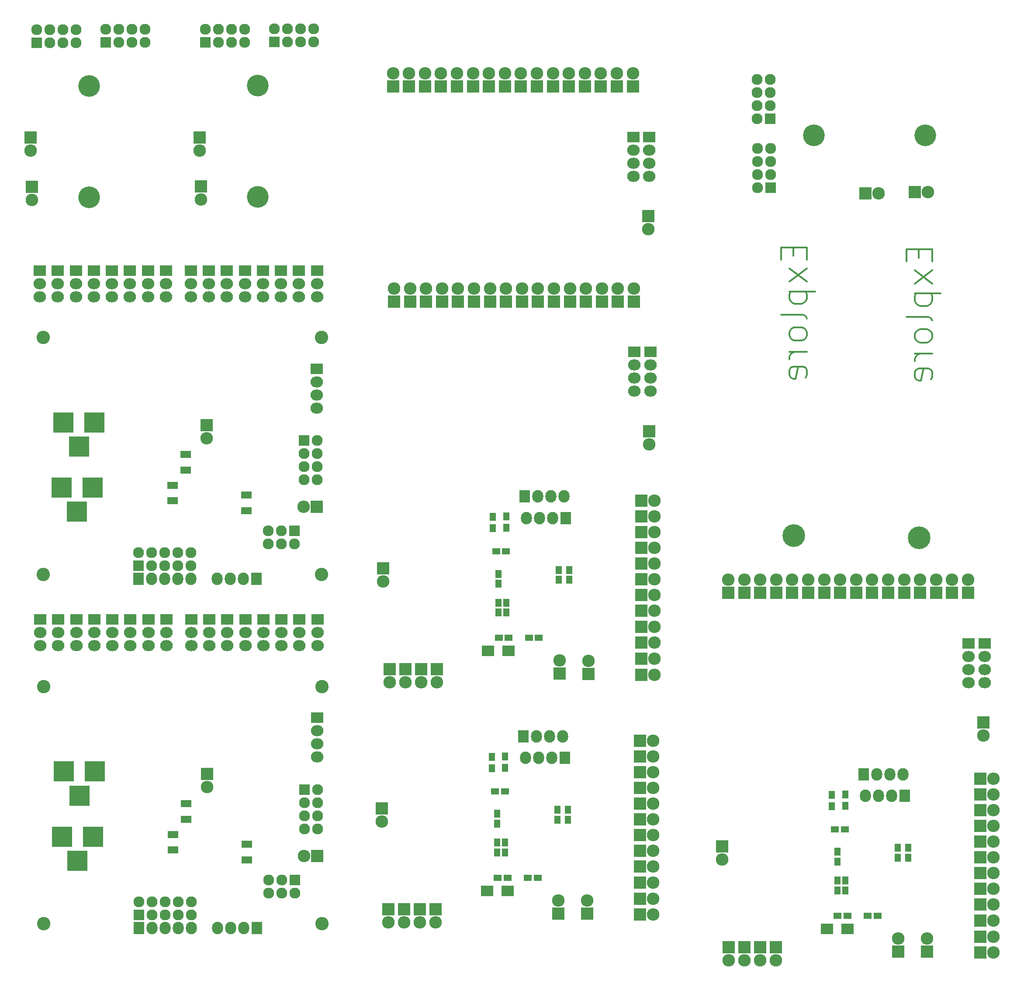
<source format=gbr>
G04 #@! TF.FileFunction,Soldermask,Bot*
%FSLAX46Y46*%
G04 Gerber Fmt 4.6, Leading zero omitted, Abs format (unit mm)*
G04 Created by KiCad (PCBNEW 4.0.0-rc2-stable) date 7/14/2016 8:37:10 PM*
%MOMM*%
G01*
G04 APERTURE LIST*
%ADD10C,0.100000*%
%ADD11C,0.300000*%
%ADD12C,2.600000*%
%ADD13R,3.900120X3.900120*%
%ADD14R,2.432000X2.432000*%
%ADD15O,2.432000X2.432000*%
%ADD16R,2.127200X2.432000*%
%ADD17O,2.127200X2.432000*%
%ADD18R,2.127200X2.127200*%
%ADD19O,2.127200X2.127200*%
%ADD20R,2.432000X2.127200*%
%ADD21O,2.432000X2.127200*%
%ADD22R,2.000000X1.400000*%
%ADD23R,1.600000X1.150000*%
%ADD24R,1.150000X1.600000*%
%ADD25R,2.400000X2.000000*%
%ADD26R,1.300000X1.600000*%
%ADD27C,4.200000*%
%ADD28C,4.400000*%
G04 APERTURE END LIST*
D10*
D11*
X-345054343Y118795848D02*
X-345054343Y117129181D01*
X-342435295Y116414895D02*
X-342435295Y118795848D01*
X-347435295Y118795848D01*
X-347435295Y116414895D01*
X-342435295Y114748228D02*
X-345768629Y112129181D01*
X-345768629Y114748228D02*
X-342435295Y112129181D01*
X-345768629Y110224419D02*
X-340768629Y110224419D01*
X-345530533Y110224419D02*
X-345768629Y109748228D01*
X-345768629Y108795847D01*
X-345530533Y108319657D01*
X-345292438Y108081562D01*
X-344816248Y107843466D01*
X-343387676Y107843466D01*
X-342911486Y108081562D01*
X-342673390Y108319657D01*
X-342435295Y108795847D01*
X-342435295Y109748228D01*
X-342673390Y110224419D01*
X-342435295Y104986323D02*
X-342673390Y105462514D01*
X-343149581Y105700609D01*
X-347435295Y105700609D01*
X-342435295Y102367275D02*
X-342673390Y102843466D01*
X-342911486Y103081561D01*
X-343387676Y103319656D01*
X-344816248Y103319656D01*
X-345292438Y103081561D01*
X-345530533Y102843466D01*
X-345768629Y102367275D01*
X-345768629Y101652989D01*
X-345530533Y101176799D01*
X-345292438Y100938704D01*
X-344816248Y100700608D01*
X-343387676Y100700608D01*
X-342911486Y100938704D01*
X-342673390Y101176799D01*
X-342435295Y101652989D01*
X-342435295Y102367275D01*
X-342435295Y98557751D02*
X-345768629Y98557751D01*
X-344816248Y98557751D02*
X-345292438Y98319656D01*
X-345530533Y98081560D01*
X-345768629Y97605370D01*
X-345768629Y97129179D01*
X-342673390Y93557751D02*
X-342435295Y94033941D01*
X-342435295Y94986322D01*
X-342673390Y95462513D01*
X-343149581Y95700608D01*
X-345054343Y95700608D01*
X-345530533Y95462513D01*
X-345768629Y94986322D01*
X-345768629Y94033941D01*
X-345530533Y93557751D01*
X-345054343Y93319656D01*
X-344578152Y93319656D01*
X-344101962Y95700608D01*
X-320746543Y118414848D02*
X-320746543Y116748181D01*
X-318127495Y116033895D02*
X-318127495Y118414848D01*
X-323127495Y118414848D01*
X-323127495Y116033895D01*
X-318127495Y114367228D02*
X-321460829Y111748181D01*
X-321460829Y114367228D02*
X-318127495Y111748181D01*
X-321460829Y109843419D02*
X-316460829Y109843419D01*
X-321222733Y109843419D02*
X-321460829Y109367228D01*
X-321460829Y108414847D01*
X-321222733Y107938657D01*
X-320984638Y107700562D01*
X-320508448Y107462466D01*
X-319079876Y107462466D01*
X-318603686Y107700562D01*
X-318365590Y107938657D01*
X-318127495Y108414847D01*
X-318127495Y109367228D01*
X-318365590Y109843419D01*
X-318127495Y104605323D02*
X-318365590Y105081514D01*
X-318841781Y105319609D01*
X-323127495Y105319609D01*
X-318127495Y101986275D02*
X-318365590Y102462466D01*
X-318603686Y102700561D01*
X-319079876Y102938656D01*
X-320508448Y102938656D01*
X-320984638Y102700561D01*
X-321222733Y102462466D01*
X-321460829Y101986275D01*
X-321460829Y101271989D01*
X-321222733Y100795799D01*
X-320984638Y100557704D01*
X-320508448Y100319608D01*
X-319079876Y100319608D01*
X-318603686Y100557704D01*
X-318365590Y100795799D01*
X-318127495Y101271989D01*
X-318127495Y101986275D01*
X-318127495Y98176751D02*
X-321460829Y98176751D01*
X-320508448Y98176751D02*
X-320984638Y97938656D01*
X-321222733Y97700560D01*
X-321460829Y97224370D01*
X-321460829Y96748179D01*
X-318365590Y93176751D02*
X-318127495Y93652941D01*
X-318127495Y94605322D01*
X-318365590Y95081513D01*
X-318841781Y95319608D01*
X-320746543Y95319608D01*
X-321222733Y95081513D01*
X-321460829Y94605322D01*
X-321460829Y93652941D01*
X-321222733Y93176751D01*
X-320746543Y92938656D01*
X-320270352Y92938656D01*
X-319794162Y95319608D01*
D12*
X-490270800Y-12382500D03*
D13*
X-480387660Y17145000D03*
X-486387140Y17145000D03*
X-483387400Y12446000D03*
D14*
X-437311800Y762000D03*
D15*
X-439851800Y762000D03*
D13*
X-480768660Y4508500D03*
X-486768140Y4508500D03*
X-483768400Y-190500D03*
D14*
X-458647800Y16637000D03*
D15*
X-458647800Y14097000D03*
D16*
X-471855800Y-13208000D03*
D17*
X-469315800Y-13208000D03*
X-466775800Y-13208000D03*
X-464235800Y-13208000D03*
X-461695800Y-13208000D03*
D16*
X-448995800Y-13208000D03*
D17*
X-451535800Y-13208000D03*
X-454075800Y-13208000D03*
X-456615800Y-13208000D03*
D18*
X-441629800Y-3873500D03*
D19*
X-441629800Y-6413500D03*
X-444169800Y-3873500D03*
X-444169800Y-6413500D03*
X-446709800Y-3873500D03*
X-446709800Y-6413500D03*
D20*
X-437311800Y27559000D03*
D21*
X-437311800Y25019000D03*
X-437311800Y22479000D03*
X-437311800Y19939000D03*
D20*
X-470014300Y46609000D03*
D21*
X-470014300Y44069000D03*
X-470014300Y41529000D03*
D20*
X-466521800Y46609000D03*
D21*
X-466521800Y44069000D03*
X-466521800Y41529000D03*
D20*
X-473506800Y46609000D03*
D21*
X-473506800Y44069000D03*
X-473506800Y41529000D03*
D20*
X-476999300Y46609000D03*
D21*
X-476999300Y44069000D03*
X-476999300Y41529000D03*
D20*
X-480491800Y46609000D03*
D21*
X-480491800Y44069000D03*
X-480491800Y41529000D03*
D20*
X-483984300Y46609000D03*
D21*
X-483984300Y44069000D03*
X-483984300Y41529000D03*
D20*
X-487476800Y46609000D03*
D21*
X-487476800Y44069000D03*
X-487476800Y41529000D03*
D20*
X-490969300Y46609000D03*
D21*
X-490969300Y44069000D03*
X-490969300Y41529000D03*
D20*
X-437248300Y46609000D03*
D21*
X-437248300Y44069000D03*
X-437248300Y41529000D03*
D20*
X-440740800Y46609000D03*
D21*
X-440740800Y44069000D03*
X-440740800Y41529000D03*
D20*
X-444233300Y46609000D03*
D21*
X-444233300Y44069000D03*
X-444233300Y41529000D03*
D20*
X-447725800Y46609000D03*
D21*
X-447725800Y44069000D03*
X-447725800Y41529000D03*
D20*
X-451218300Y46609000D03*
D21*
X-451218300Y44069000D03*
X-451218300Y41529000D03*
D20*
X-454710800Y46609000D03*
D21*
X-454710800Y44069000D03*
X-454710800Y41529000D03*
D20*
X-458203300Y46609000D03*
D21*
X-458203300Y44069000D03*
X-458203300Y41529000D03*
D20*
X-461695800Y46609000D03*
D21*
X-461695800Y44069000D03*
X-461695800Y41529000D03*
D18*
X-471855800Y-10668000D03*
D19*
X-471855800Y-8128000D03*
X-469315800Y-10668000D03*
X-469315800Y-8128000D03*
X-466775800Y-10668000D03*
X-466775800Y-8128000D03*
X-464235800Y-10668000D03*
X-464235800Y-8128000D03*
X-461695800Y-10668000D03*
X-461695800Y-8128000D03*
D18*
X-439788300Y13652500D03*
D19*
X-437248300Y13652500D03*
X-439788300Y11112500D03*
X-437248300Y11112500D03*
X-439788300Y8572500D03*
X-437248300Y8572500D03*
X-439788300Y6032500D03*
X-437248300Y6032500D03*
D12*
X-436359300Y-12382500D03*
X-490270800Y33591500D03*
X-436359300Y33591500D03*
D22*
X-465251800Y4929000D03*
X-465251800Y1929000D03*
X-450900800Y24000D03*
X-450900800Y3024000D03*
X-462711800Y10898000D03*
X-462711800Y7898000D03*
D23*
X-396478800Y-3454400D03*
X-394578800Y-3454400D03*
X-402320800Y-3454400D03*
X-400420800Y-3454400D03*
D24*
X-400862800Y1437600D03*
X-400862800Y3337600D03*
X-402386800Y7025600D03*
X-402386800Y8925600D03*
D23*
X-402828800Y13309600D03*
X-400928800Y13309600D03*
D24*
X-402386800Y1437600D03*
X-402386800Y3337600D03*
X-390702800Y7787600D03*
X-390702800Y9687600D03*
X-388670800Y7787600D03*
X-388670800Y9687600D03*
D25*
X-404386800Y-5994400D03*
X-400386800Y-5994400D03*
D14*
X-374700800Y10922000D03*
D15*
X-372160800Y10922000D03*
D14*
X-374700800Y7874000D03*
D15*
X-372160800Y7874000D03*
D14*
X-374700800Y4826000D03*
D15*
X-372160800Y4826000D03*
D14*
X-374700800Y1778000D03*
D15*
X-372160800Y1778000D03*
D14*
X-414324800Y-9550400D03*
D15*
X-414324800Y-12090400D03*
D14*
X-417372800Y-9550400D03*
D15*
X-417372800Y-12090400D03*
D14*
X-420420800Y-9550400D03*
D15*
X-420420800Y-12090400D03*
D14*
X-423468800Y-9550400D03*
D15*
X-423468800Y-12090400D03*
D14*
X-374700800Y23114000D03*
D15*
X-372160800Y23114000D03*
D14*
X-374700800Y20066000D03*
D15*
X-372160800Y20066000D03*
D14*
X-374700800Y17018000D03*
D15*
X-372160800Y17018000D03*
D14*
X-374700800Y13970000D03*
D15*
X-372160800Y13970000D03*
D16*
X-389331200Y19761200D03*
D17*
X-391871200Y19761200D03*
X-394411200Y19761200D03*
X-396951200Y19761200D03*
D16*
X-397306800Y23977600D03*
D17*
X-394766800Y23977600D03*
X-392226800Y23977600D03*
X-389686800Y23977600D03*
D14*
X-424738800Y10007600D03*
D15*
X-424738800Y7467600D03*
D26*
X-403453600Y19997600D03*
X-403453600Y17797600D03*
X-400862800Y20048400D03*
X-400862800Y17848400D03*
D14*
X-390550400Y-10414000D03*
D15*
X-390550400Y-7874000D03*
D14*
X-384962400Y-10464800D03*
D15*
X-384962400Y-7924800D03*
D14*
X-374700800Y-1320800D03*
D15*
X-372160800Y-1320800D03*
D14*
X-374700800Y-4419600D03*
D15*
X-372160800Y-4419600D03*
D14*
X-374700800Y-7518400D03*
D15*
X-372160800Y-7518400D03*
D14*
X-374700800Y-10617200D03*
D15*
X-372160800Y-10617200D03*
D23*
X-396275600Y43078400D03*
X-394375600Y43078400D03*
X-402117600Y43078400D03*
X-400217600Y43078400D03*
D24*
X-400659600Y47970400D03*
X-400659600Y49870400D03*
X-402183600Y53558400D03*
X-402183600Y55458400D03*
D23*
X-402625600Y59842400D03*
X-400725600Y59842400D03*
D24*
X-402183600Y47970400D03*
X-402183600Y49870400D03*
X-390499600Y54320400D03*
X-390499600Y56220400D03*
X-388467600Y54320400D03*
X-388467600Y56220400D03*
D25*
X-404183600Y40538400D03*
X-400183600Y40538400D03*
D14*
X-374497600Y57454800D03*
D15*
X-371957600Y57454800D03*
D14*
X-374497600Y54406800D03*
D15*
X-371957600Y54406800D03*
D14*
X-374497600Y51358800D03*
D15*
X-371957600Y51358800D03*
D14*
X-374497600Y48310800D03*
D15*
X-371957600Y48310800D03*
D14*
X-414121600Y36982400D03*
D15*
X-414121600Y34442400D03*
D14*
X-417169600Y36982400D03*
D15*
X-417169600Y34442400D03*
D14*
X-420217600Y36982400D03*
D15*
X-420217600Y34442400D03*
D14*
X-423265600Y36982400D03*
D15*
X-423265600Y34442400D03*
D14*
X-374497600Y69646800D03*
D15*
X-371957600Y69646800D03*
D14*
X-374497600Y66598800D03*
D15*
X-371957600Y66598800D03*
D14*
X-374497600Y63550800D03*
D15*
X-371957600Y63550800D03*
D14*
X-374497600Y60502800D03*
D15*
X-371957600Y60502800D03*
D16*
X-389128000Y66294000D03*
D17*
X-391668000Y66294000D03*
X-394208000Y66294000D03*
X-396748000Y66294000D03*
D16*
X-397103600Y70510400D03*
D17*
X-394563600Y70510400D03*
X-392023600Y70510400D03*
X-389483600Y70510400D03*
D14*
X-424535600Y56540400D03*
D15*
X-424535600Y54000400D03*
D26*
X-403250400Y66530400D03*
X-403250400Y64330400D03*
X-400659600Y66581200D03*
X-400659600Y64381200D03*
D14*
X-390347200Y36118800D03*
D15*
X-390347200Y38658800D03*
D14*
X-384759200Y36068000D03*
D15*
X-384759200Y38608000D03*
D14*
X-374497600Y45212000D03*
D15*
X-371957600Y45212000D03*
D14*
X-374497600Y42113200D03*
D15*
X-371957600Y42113200D03*
D14*
X-374497600Y39014400D03*
D15*
X-371957600Y39014400D03*
D14*
X-374497600Y35915600D03*
D15*
X-371957600Y35915600D03*
D12*
X-490372400Y55333900D03*
D13*
X-480489260Y84861400D03*
X-486488740Y84861400D03*
X-483489000Y80162400D03*
D14*
X-437413400Y68478400D03*
D15*
X-439953400Y68478400D03*
D13*
X-480870260Y72224900D03*
X-486869740Y72224900D03*
X-483870000Y67525900D03*
D14*
X-458749400Y84353400D03*
D15*
X-458749400Y81813400D03*
D16*
X-471957400Y54508400D03*
D17*
X-469417400Y54508400D03*
X-466877400Y54508400D03*
X-464337400Y54508400D03*
X-461797400Y54508400D03*
D16*
X-449097400Y54508400D03*
D17*
X-451637400Y54508400D03*
X-454177400Y54508400D03*
X-456717400Y54508400D03*
D18*
X-441731400Y63842900D03*
D19*
X-441731400Y61302900D03*
X-444271400Y63842900D03*
X-444271400Y61302900D03*
X-446811400Y63842900D03*
X-446811400Y61302900D03*
D20*
X-437413400Y95275400D03*
D21*
X-437413400Y92735400D03*
X-437413400Y90195400D03*
X-437413400Y87655400D03*
D20*
X-470115900Y114325400D03*
D21*
X-470115900Y111785400D03*
X-470115900Y109245400D03*
D20*
X-466623400Y114325400D03*
D21*
X-466623400Y111785400D03*
X-466623400Y109245400D03*
D20*
X-473608400Y114325400D03*
D21*
X-473608400Y111785400D03*
X-473608400Y109245400D03*
D20*
X-477100900Y114325400D03*
D21*
X-477100900Y111785400D03*
X-477100900Y109245400D03*
D20*
X-480593400Y114325400D03*
D21*
X-480593400Y111785400D03*
X-480593400Y109245400D03*
D20*
X-484085900Y114325400D03*
D21*
X-484085900Y111785400D03*
X-484085900Y109245400D03*
D20*
X-487578400Y114325400D03*
D21*
X-487578400Y111785400D03*
X-487578400Y109245400D03*
D20*
X-491070900Y114325400D03*
D21*
X-491070900Y111785400D03*
X-491070900Y109245400D03*
D20*
X-437349900Y114325400D03*
D21*
X-437349900Y111785400D03*
X-437349900Y109245400D03*
D20*
X-440842400Y114325400D03*
D21*
X-440842400Y111785400D03*
X-440842400Y109245400D03*
D20*
X-444334900Y114325400D03*
D21*
X-444334900Y111785400D03*
X-444334900Y109245400D03*
D20*
X-447827400Y114325400D03*
D21*
X-447827400Y111785400D03*
X-447827400Y109245400D03*
D20*
X-451319900Y114325400D03*
D21*
X-451319900Y111785400D03*
X-451319900Y109245400D03*
D20*
X-454812400Y114325400D03*
D21*
X-454812400Y111785400D03*
X-454812400Y109245400D03*
D20*
X-458304900Y114325400D03*
D21*
X-458304900Y111785400D03*
X-458304900Y109245400D03*
D20*
X-461797400Y114325400D03*
D21*
X-461797400Y111785400D03*
X-461797400Y109245400D03*
D18*
X-471957400Y57048400D03*
D19*
X-471957400Y59588400D03*
X-469417400Y57048400D03*
X-469417400Y59588400D03*
X-466877400Y57048400D03*
X-466877400Y59588400D03*
X-464337400Y57048400D03*
X-464337400Y59588400D03*
X-461797400Y57048400D03*
X-461797400Y59588400D03*
D18*
X-439889900Y81368900D03*
D19*
X-437349900Y81368900D03*
X-439889900Y78828900D03*
X-437349900Y78828900D03*
X-439889900Y76288900D03*
X-437349900Y76288900D03*
X-439889900Y73748900D03*
X-437349900Y73748900D03*
D12*
X-436460900Y55333900D03*
X-490372400Y101307900D03*
X-436460900Y101307900D03*
D22*
X-465353400Y72645400D03*
X-465353400Y69645400D03*
X-451002400Y67740400D03*
X-451002400Y70740400D03*
X-462813400Y78614400D03*
X-462813400Y75614400D03*
D20*
X-375818400Y98501200D03*
D21*
X-375818400Y95961200D03*
X-375818400Y93421200D03*
X-375818400Y90881200D03*
D20*
X-372719600Y98501200D03*
D21*
X-372719600Y95961200D03*
X-372719600Y93421200D03*
X-372719600Y90881200D03*
D14*
X-372922800Y83159600D03*
D15*
X-372922800Y80619600D03*
D14*
X-400710400Y108305600D03*
D15*
X-400710400Y110845600D03*
D14*
X-406908000Y108305600D03*
D15*
X-406908000Y110845600D03*
D14*
X-410006800Y108305600D03*
D15*
X-410006800Y110845600D03*
D14*
X-413105600Y108305600D03*
D15*
X-413105600Y110845600D03*
D14*
X-416204400Y108305600D03*
D15*
X-416204400Y110845600D03*
D14*
X-419303200Y108305600D03*
D15*
X-419303200Y110845600D03*
D14*
X-422402000Y108305600D03*
D15*
X-422402000Y110845600D03*
D14*
X-375920000Y108305600D03*
D15*
X-375920000Y110845600D03*
D14*
X-379018800Y108305600D03*
D15*
X-379018800Y110845600D03*
D14*
X-382117600Y108305600D03*
D15*
X-382117600Y110845600D03*
D14*
X-385216400Y108305600D03*
D15*
X-385216400Y110845600D03*
D14*
X-388315200Y108305600D03*
D15*
X-388315200Y110845600D03*
D14*
X-391414000Y108305600D03*
D15*
X-391414000Y110845600D03*
D14*
X-394512800Y108305600D03*
D15*
X-394512800Y110845600D03*
D14*
X-397611600Y108305600D03*
D15*
X-397611600Y110845600D03*
D14*
X-403809200Y108305600D03*
D15*
X-403809200Y110845600D03*
D20*
X-376021600Y140208000D03*
D21*
X-376021600Y137668000D03*
X-376021600Y135128000D03*
X-376021600Y132588000D03*
D20*
X-372922800Y140208000D03*
D21*
X-372922800Y137668000D03*
X-372922800Y135128000D03*
X-372922800Y132588000D03*
D14*
X-373126000Y124866400D03*
D15*
X-373126000Y122326400D03*
D14*
X-400913600Y150012400D03*
D15*
X-400913600Y152552400D03*
D14*
X-407111200Y150012400D03*
D15*
X-407111200Y152552400D03*
D14*
X-410210000Y150012400D03*
D15*
X-410210000Y152552400D03*
D14*
X-413308800Y150012400D03*
D15*
X-413308800Y152552400D03*
D14*
X-416407600Y150012400D03*
D15*
X-416407600Y152552400D03*
D14*
X-419506400Y150012400D03*
D15*
X-419506400Y152552400D03*
D14*
X-422605200Y150012400D03*
D15*
X-422605200Y152552400D03*
D14*
X-376123200Y150012400D03*
D15*
X-376123200Y152552400D03*
D14*
X-379222000Y150012400D03*
D15*
X-379222000Y152552400D03*
D14*
X-382320800Y150012400D03*
D15*
X-382320800Y152552400D03*
D14*
X-385419600Y150012400D03*
D15*
X-385419600Y152552400D03*
D14*
X-388518400Y150012400D03*
D15*
X-388518400Y152552400D03*
D14*
X-391617200Y150012400D03*
D15*
X-391617200Y152552400D03*
D14*
X-394716000Y150012400D03*
D15*
X-394716000Y152552400D03*
D14*
X-397814800Y150012400D03*
D15*
X-397814800Y152552400D03*
D14*
X-404012400Y150012400D03*
D15*
X-404012400Y152552400D03*
D14*
X-459867000Y130606800D03*
D15*
X-459867000Y128066800D03*
D14*
X-460121000Y140131800D03*
D15*
X-460121000Y137591800D03*
D18*
X-458978000Y158546800D03*
D19*
X-458978000Y161086800D03*
X-456438000Y158546800D03*
X-456438000Y161086800D03*
X-453898000Y158546800D03*
X-453898000Y161086800D03*
X-451358000Y158546800D03*
X-451358000Y161086800D03*
D18*
X-445579500Y158610300D03*
D19*
X-445579500Y161150300D03*
X-443039500Y158610300D03*
X-443039500Y161150300D03*
X-440499500Y158610300D03*
X-440499500Y161150300D03*
X-437959500Y158610300D03*
X-437959500Y161150300D03*
D27*
X-448818000Y128574800D03*
X-448818000Y150164800D03*
D14*
X-492582200Y130556000D03*
D15*
X-492582200Y128016000D03*
D14*
X-492836200Y140081000D03*
D15*
X-492836200Y137541000D03*
D18*
X-491693200Y158496000D03*
D19*
X-491693200Y161036000D03*
X-489153200Y158496000D03*
X-489153200Y161036000D03*
X-486613200Y158496000D03*
X-486613200Y161036000D03*
X-484073200Y158496000D03*
X-484073200Y161036000D03*
D18*
X-478294700Y158559500D03*
D19*
X-478294700Y161099500D03*
X-475754700Y158559500D03*
X-475754700Y161099500D03*
X-473214700Y158559500D03*
X-473214700Y161099500D03*
X-470674700Y158559500D03*
X-470674700Y161099500D03*
D27*
X-481533200Y128524000D03*
X-481533200Y150114000D03*
D14*
X-321491650Y129485350D03*
D15*
X-318951650Y129485350D03*
D14*
X-331016650Y129231350D03*
D15*
X-328476650Y129231350D03*
D18*
X-349431650Y130374350D03*
D19*
X-351971650Y130374350D03*
X-349431650Y132914350D03*
X-351971650Y132914350D03*
X-349431650Y135454350D03*
X-351971650Y135454350D03*
X-349431650Y137994350D03*
X-351971650Y137994350D03*
D18*
X-349495150Y143772850D03*
D19*
X-352035150Y143772850D03*
X-349495150Y146312850D03*
X-352035150Y146312850D03*
X-349495150Y148852850D03*
X-352035150Y148852850D03*
X-349495150Y151392850D03*
X-352035150Y151392850D03*
D27*
X-319459650Y140534350D03*
X-341049650Y140534350D03*
D28*
X-344947200Y62876800D03*
X-320639400Y62495800D03*
D20*
X-311048400Y41960800D03*
D21*
X-311048400Y39420800D03*
X-311048400Y36880800D03*
X-311048400Y34340800D03*
D20*
X-307949600Y41960800D03*
D21*
X-307949600Y39420800D03*
X-307949600Y36880800D03*
X-307949600Y34340800D03*
D14*
X-308152800Y26619200D03*
D15*
X-308152800Y24079200D03*
D14*
X-335940400Y51765200D03*
D15*
X-335940400Y54305200D03*
D14*
X-342138000Y51765200D03*
D15*
X-342138000Y54305200D03*
D14*
X-345236800Y51765200D03*
D15*
X-345236800Y54305200D03*
D14*
X-348335600Y51765200D03*
D15*
X-348335600Y54305200D03*
D14*
X-351434400Y51765200D03*
D15*
X-351434400Y54305200D03*
D14*
X-354533200Y51765200D03*
D15*
X-354533200Y54305200D03*
D14*
X-357632000Y51765200D03*
D15*
X-357632000Y54305200D03*
D14*
X-311150000Y51765200D03*
D15*
X-311150000Y54305200D03*
D14*
X-314248800Y51765200D03*
D15*
X-314248800Y54305200D03*
D14*
X-317347600Y51765200D03*
D15*
X-317347600Y54305200D03*
D14*
X-320446400Y51765200D03*
D15*
X-320446400Y54305200D03*
D14*
X-323545200Y51765200D03*
D15*
X-323545200Y54305200D03*
D14*
X-326644000Y51765200D03*
D15*
X-326644000Y54305200D03*
D14*
X-329742800Y51765200D03*
D15*
X-329742800Y54305200D03*
D14*
X-332841600Y51765200D03*
D15*
X-332841600Y54305200D03*
D14*
X-339039200Y51765200D03*
D15*
X-339039200Y54305200D03*
D23*
X-330591200Y-10820400D03*
X-328691200Y-10820400D03*
X-336433200Y-10820400D03*
X-334533200Y-10820400D03*
D24*
X-334975200Y-5928400D03*
X-334975200Y-4028400D03*
X-336499200Y-340400D03*
X-336499200Y1559600D03*
D23*
X-336941200Y5943600D03*
X-335041200Y5943600D03*
D24*
X-336499200Y-5928400D03*
X-336499200Y-4028400D03*
X-324815200Y421600D03*
X-324815200Y2321600D03*
X-322783200Y421600D03*
X-322783200Y2321600D03*
D25*
X-338499200Y-13360400D03*
X-334499200Y-13360400D03*
D14*
X-308813200Y3556000D03*
D15*
X-306273200Y3556000D03*
D14*
X-308813200Y508000D03*
D15*
X-306273200Y508000D03*
D14*
X-308813200Y-2540000D03*
D15*
X-306273200Y-2540000D03*
D14*
X-308813200Y-5588000D03*
D15*
X-306273200Y-5588000D03*
D14*
X-348437200Y-16916400D03*
D15*
X-348437200Y-19456400D03*
D14*
X-351485200Y-16916400D03*
D15*
X-351485200Y-19456400D03*
D14*
X-354533200Y-16916400D03*
D15*
X-354533200Y-19456400D03*
D14*
X-357581200Y-16916400D03*
D15*
X-357581200Y-19456400D03*
D14*
X-308813200Y15748000D03*
D15*
X-306273200Y15748000D03*
D14*
X-308813200Y12700000D03*
D15*
X-306273200Y12700000D03*
D14*
X-308813200Y9652000D03*
D15*
X-306273200Y9652000D03*
D14*
X-308813200Y6604000D03*
D15*
X-306273200Y6604000D03*
D16*
X-323443600Y12395200D03*
D17*
X-325983600Y12395200D03*
X-328523600Y12395200D03*
X-331063600Y12395200D03*
D16*
X-331419200Y16611600D03*
D17*
X-328879200Y16611600D03*
X-326339200Y16611600D03*
X-323799200Y16611600D03*
D14*
X-358851200Y2641600D03*
D15*
X-358851200Y101600D03*
D26*
X-337566000Y12631600D03*
X-337566000Y10431600D03*
X-334975200Y12682400D03*
X-334975200Y10482400D03*
D14*
X-324662800Y-17780000D03*
D15*
X-324662800Y-15240000D03*
D14*
X-319074800Y-17830800D03*
D15*
X-319074800Y-15290800D03*
D14*
X-308813200Y-8686800D03*
D15*
X-306273200Y-8686800D03*
D14*
X-308813200Y-11785600D03*
D15*
X-306273200Y-11785600D03*
D14*
X-308813200Y-14884400D03*
D15*
X-306273200Y-14884400D03*
D14*
X-308813200Y-17983200D03*
D15*
X-306273200Y-17983200D03*
M02*

</source>
